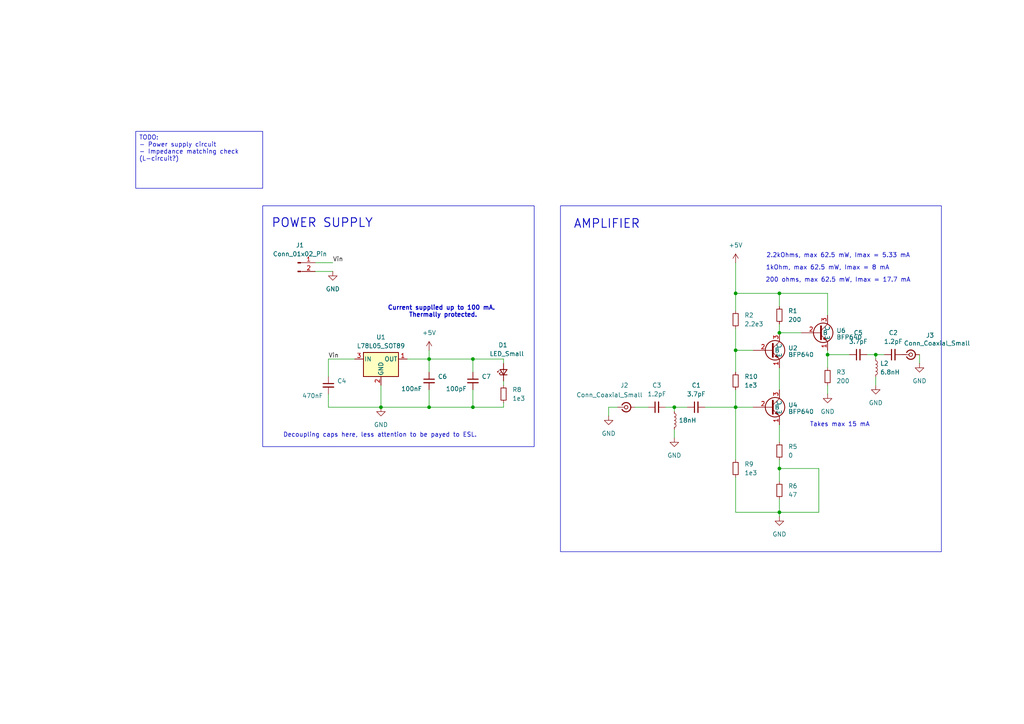
<source format=kicad_sch>
(kicad_sch (version 20231120) (generator "eeschema") (generator_version "8.0")
  (paper "A4")
  (lib_symbols
    (symbol "Connector:Conn_01x02_Pin" (pin_names (offset 1.016) hide)
      (property "Reference" "J" (at 0 2.54 0))
      (property "Value" "Conn_01x02_Pin" (at 0 -5.08 0))
      (symbol "Conn_01x02_Pin_1_1"
        (polyline (pts (xy 1.27 -2.54) (xy 0.8636 -2.54)) (stroke (width 0.1524)))
        (polyline (pts (xy 1.27 0) (xy 0.8636 0)) (stroke (width 0.1524)))
        (rectangle (start 0.8636 -2.413) (end 0 -2.667) (stroke (width 0.1524)) (fill (type outline)))
        (rectangle (start 0.8636 0.127) (end 0 -0.127) (stroke (width 0.1524)) (fill (type outline)))
        (pin passive line (at 5.08 0 180) (length 3.81) (name "Pin_1") (number "1"))
        (pin passive line (at 5.08 -2.54 180) (length 3.81) (name "Pin_2") (number "2"))
      )
    )
    (symbol "Connector:Conn_Coaxial_Small" (pin_numbers hide) (pin_names (offset 1.016) hide)
      (property "Reference" "J" (at 0.254 3.048 0))
      (property "Value" "Conn_Coaxial_Small" (at 0 -3.81 0))
      (symbol "Conn_Coaxial_Small_0_1"
        (polyline (pts (xy -2.54 0) (xy -0.508 0)))
        (circle (center 0 0) (radius 0.508) (stroke (width 0.2032)))
      )
      (symbol "Conn_Coaxial_Small_1_1"
        (arc (start -1.1916 -0.6311) (mid 0.327 -1.3081) (end 1.3484 0.0039) (stroke (width 0.3048)))
        (arc (start 1.3484 -0.0039) (mid 0.327 1.3081) (end -1.1916 0.6311) (stroke (width 0.3048)))
        (pin passive line (at -2.54 0 0) (length 1.27) (name "In") (number "1"))
        (pin passive line (at 2.54 0 180) (length 1.27) (name "Ext") (number "2"))
      )
    )
    (symbol "Device:C_Small" (pin_numbers hide) (pin_names (offset 0.254) hide)
      (property "Reference" "C" (at 0.254 1.778 0))
      (property "Value" "C_Small" (at 0.254 -2.032 0))
      (symbol "C_Small_0_1"
        (polyline (pts (xy -1.524 -0.508) (xy 1.524 -0.508)) (stroke (width 0.3302)))
        (polyline (pts (xy -1.524 0.508) (xy 1.524 0.508)) (stroke (width 0.3048)))
      )
      (symbol "C_Small_1_1"
        (pin passive line (at 0 2.54 270) (length 2.032) (name "~") (number "1"))
        (pin passive line (at 0 -2.54 90) (length 2.032) (name "~") (number "2"))
      )
    )
    (symbol "Device:LED_Small" (pin_numbers hide) (pin_names (offset 0.254) hide)
      (property "Reference" "D" (at -1.27 3.175 0))
      (property "Value" "LED_Small" (at -4.445 -2.54 0))
      (symbol "LED_Small_0_1"
        (polyline (pts (xy -0.762 -1.016) (xy -0.762 1.016)) (stroke (width 0.254)))
        (polyline (pts (xy 1.016 0) (xy -0.762 0)))
        (polyline (pts (xy 0.762 -1.016) (xy -0.762 0) (xy 0.762 1.016) (xy 0.762 -1.016)) (stroke (width 0.254)))
        (polyline (pts (xy 0 0.762) (xy -0.508 1.27) (xy -0.254 1.27) (xy -0.508 1.27) (xy -0.508 1.016)))
        (polyline (pts (xy 0.508 1.27) (xy 0 1.778) (xy 0.254 1.778) (xy 0 1.778) (xy 0 1.524)))
      )
      (symbol "LED_Small_1_1"
        (pin passive line (at -2.54 0 0) (length 1.778) (name "K") (number "1"))
        (pin passive line (at 2.54 0 180) (length 1.778) (name "A") (number "2"))
      )
    )
    (symbol "Device:L_Small" (pin_numbers hide) (pin_names (offset 0.254) hide)
      (property "Reference" "L" (at 0.762 1.016 0))
      (property "Value" "L_Small" (at 0.762 -1.016 0))
      (symbol "L_Small_0_1"
        (arc (start 0 -2.032) (mid 0.5058 -1.524) (end 0 -1.016))
        (arc (start 0 -1.016) (mid 0.5058 -0.508) (end 0 0))
        (arc (start 0 0) (mid 0.5058 0.508) (end 0 1.016))
        (arc (start 0 1.016) (mid 0.5058 1.524) (end 0 2.032))
      )
      (symbol "L_Small_1_1"
        (pin passive line (at 0 2.54 270) (length 0.508) (name "~") (number "1"))
        (pin passive line (at 0 -2.54 90) (length 0.508) (name "~") (number "2"))
      )
    )
    (symbol "Device:R_Small" (pin_numbers hide) (pin_names (offset 0.254) hide)
      (property "Reference" "R" (at 0.762 0.508 0))
      (property "Value" "R_Small" (at 0.762 -1.016 0))
      (symbol "R_Small_0_1"
        (rectangle (start -0.762 1.778) (end 0.762 -1.778) (stroke (width 0.2032)))
      )
      (symbol "R_Small_1_1"
        (pin passive line (at 0 2.54 270) (length 0.762) (name "~") (number "1"))
        (pin passive line (at 0 -2.54 90) (length 0.762) (name "~") (number "2"))
      )
    )
    (symbol "Regulator_Linear:L78L05_SOT89" (pin_names (offset 0.254))
      (property "Reference" "U" (at -3.81 3.175 0))
      (property "Value" "L78L05_SOT89" (at -0.635 3.175 0))
      (symbol "L78L05_SOT89_0_1"
        (rectangle (start -5.08 1.905) (end 5.08 -5.08) (stroke (width 0.254)) (fill (type background)))
      )
      (symbol "L78L05_SOT89_1_1"
        (pin power_out line (at 7.62 0 180) (length 2.54) (name "OUT") (number "1"))
        (pin power_in line (at 0 -7.62 90) (length 2.54) (name "GND") (number "2"))
        (pin power_in line (at -7.62 0 0) (length 2.54) (name "IN") (number "3"))
      )
    )
    (symbol "power:+5V" (power) (pin_numbers hide) (pin_names (offset 0) hide)
      (property "Value" "+5V" (at 0 3.556 0))
      (symbol "+5V_0_1"
        (polyline (pts (xy -0.762 1.27) (xy 0 2.54)))
        (polyline (pts (xy 0 0) (xy 0 2.54)))
        (polyline (pts (xy 0 2.54) (xy 0.762 1.27)))
      )
      (symbol "+5V_1_1"
        (pin power_in line (at 0 0 90) (length 0) (name "~") (number "1"))
      )
    )
    (symbol "power:GND" (power) (pin_numbers hide) (pin_names (offset 0) hide)
      (property "Value" "GND" (at 0 -3.81 0))
      (symbol "GND_0_1"
        (polyline (pts (xy 0 0) (xy 0 -1.27) (xy 1.27 -1.27) (xy 0 -2.54) (xy -1.27 -1.27) (xy 0 -1.27)))
      )
      (symbol "GND_1_1"
        (pin power_in line (at 0 0 270) (length 0) (name "~") (number "1"))
      )
    )
    (symbol "rf_lna:BFP640"
      (property "Reference" "U" (at 4.064 -0.762 0))
      (symbol "BFP640_0_1"
        (circle (center -1.27 0) (radius 2.8194) (stroke (width 0.254)))
        (polyline (pts (xy -1.905 0.635) (xy 0 2.54)))
        (polyline (pts (xy -1.905 -0.635) (xy 0 -2.54) (xy 0 -2.54)))
        (polyline (pts (xy -1.905 1.905) (xy -1.905 -1.905) (xy -1.905 -1.905)) (stroke (width 0.508)))
        (polyline (pts (xy -1.27 -1.778) (xy -0.762 -1.27) (xy -0.254 -2.286) (xy -1.27 -1.778) (xy -1.27 -1.778)) (fill (type outline)))
      )
      (symbol "BFP640_1_1"
        (pin passive line (at 0 -5.08 90) (length 2.54) (name "E") (number "1"))
        (pin input line (at -7.62 0 0) (length 5.715) (name "B") (number "2"))
        (pin passive line (at 0 5.08 270) (length 2.54) (name "C") (number "3"))
      )
    )
  )
  (junction (at 137.16 118.11))
  (junction (at 226.06 96.52))
  (junction (at 124.46 104.14))
  (junction (at 213.36 85.09))
  (junction (at 226.06 85.09))
  (junction (at 254 102.87))
  (junction (at 124.46 118.11))
  (junction (at 213.36 101.6))
  (junction (at 110.49 118.11))
  (junction (at 137.16 104.14))
  (junction (at 195.58 118.11))
  (junction (at 226.06 135.89))
  (junction (at 240.03 102.87))
  (junction (at 226.06 148.59))
  (junction (at 213.36 118.11))
  (wire (pts (xy 137.16 118.11) (xy 146.05 118.11)))
  (wire (pts (xy 213.36 101.6) (xy 218.44 101.6)))
  (wire (pts (xy 193.04 118.11) (xy 195.58 118.11)))
  (wire (pts (xy 226.06 106.68) (xy 226.06 113.03)))
  (wire (pts (xy 184.15 118.11) (xy 187.96 118.11)))
  (wire (pts (xy 226.06 148.59) (xy 237.49 148.59)))
  (wire (pts (xy 213.36 118.11) (xy 213.36 133.35)))
  (wire (pts (xy 146.05 116.84) (xy 146.05 118.11)))
  (wire (pts (xy 176.53 118.11) (xy 179.07 118.11)))
  (wire (pts (xy 124.46 107.95) (xy 124.46 104.14)))
  (wire (pts (xy 204.47 118.11) (xy 213.36 118.11)))
  (wire (pts (xy 254 102.87) (xy 256.54 102.87)))
  (wire (pts (xy 195.58 118.11) (xy 199.39 118.11)))
  (wire (pts (xy 95.25 104.14) (xy 95.25 109.22)))
  (wire (pts (xy 124.46 113.03) (xy 124.46 118.11)))
  (wire (pts (xy 240.03 102.87) (xy 240.03 106.68)))
  (wire (pts (xy 176.53 120.65) (xy 176.53 118.11)))
  (wire (pts (xy 137.16 113.03) (xy 137.16 118.11)))
  (wire (pts (xy 226.06 96.52) (xy 232.41 96.52)))
  (wire (pts (xy 124.46 118.11) (xy 137.16 118.11)))
  (wire (pts (xy 213.36 118.11) (xy 218.44 118.11)))
  (wire (pts (xy 213.36 90.17) (xy 213.36 85.09)))
  (wire (pts (xy 124.46 101.6) (xy 124.46 104.14)))
  (wire (pts (xy 95.25 114.3) (xy 95.25 118.11)))
  (wire (pts (xy 240.03 85.09) (xy 240.03 91.44)))
  (wire (pts (xy 146.05 110.49) (xy 146.05 111.76)))
  (wire (pts (xy 124.46 104.14) (xy 137.16 104.14)))
  (wire (pts (xy 237.49 135.89) (xy 237.49 148.59)))
  (wire (pts (xy 254 109.22) (xy 254 111.76)))
  (wire (pts (xy 91.44 78.74) (xy 96.52 78.74)))
  (wire (pts (xy 110.49 118.11) (xy 124.46 118.11)))
  (wire (pts (xy 240.03 101.6) (xy 240.03 102.87)))
  (wire (pts (xy 251.46 102.87) (xy 254 102.87)))
  (wire (pts (xy 213.36 101.6) (xy 213.36 95.25)))
  (wire (pts (xy 226.06 135.89) (xy 237.49 135.89)))
  (wire (pts (xy 266.7 102.87) (xy 266.7 105.41)))
  (wire (pts (xy 91.44 76.2) (xy 96.52 76.2)))
  (wire (pts (xy 137.16 107.95) (xy 137.16 104.14)))
  (wire (pts (xy 213.36 113.03) (xy 213.36 118.11)))
  (wire (pts (xy 213.36 76.2) (xy 213.36 85.09)))
  (wire (pts (xy 137.16 104.14) (xy 146.05 104.14)))
  (wire (pts (xy 254 102.87) (xy 254 104.14)))
  (wire (pts (xy 213.36 148.59) (xy 226.06 148.59)))
  (wire (pts (xy 226.06 85.09) (xy 226.06 88.9)))
  (wire (pts (xy 213.36 138.43) (xy 213.36 148.59)))
  (wire (pts (xy 213.36 107.95) (xy 213.36 101.6)))
  (wire (pts (xy 118.11 104.14) (xy 124.46 104.14)))
  (wire (pts (xy 240.03 85.09) (xy 226.06 85.09)))
  (wire (pts (xy 195.58 124.46) (xy 195.58 127)))
  (wire (pts (xy 226.06 135.89) (xy 226.06 139.7)))
  (wire (pts (xy 102.87 104.14) (xy 95.25 104.14)))
  (wire (pts (xy 240.03 111.76) (xy 240.03 114.3)))
  (wire (pts (xy 226.06 93.98) (xy 226.06 96.52)))
  (wire (pts (xy 226.06 144.78) (xy 226.06 148.59)))
  (wire (pts (xy 213.36 85.09) (xy 226.06 85.09)))
  (wire (pts (xy 95.25 118.11) (xy 110.49 118.11)))
  (wire (pts (xy 146.05 105.41) (xy 146.05 104.14)))
  (wire (pts (xy 110.49 111.76) (xy 110.49 118.11)))
  (wire (pts (xy 226.06 133.35) (xy 226.06 135.89)))
  (wire (pts (xy 226.06 148.59) (xy 226.06 149.86)))
  (wire (pts (xy 226.06 123.19) (xy 226.06 128.27)))
  (wire (pts (xy 195.58 118.11) (xy 195.58 119.38)))
  (wire (pts (xy 240.03 102.87) (xy 246.38 102.87)))
  (rectangle (start 162.56 59.69) (end 273.05 160.02))
  (rectangle (start 76.2 59.69) (end 154.94 129.54))
  (text_box "TODO:\n- Power supply circuit\n- Impedance matching check (L-circuit?) \n" (at 39.37 38.1 0) (size 36.83 16.51) (effects (font (size 1.27 1.27)) (justify left top)))
  (text "1kOhm, max 62.5 mW, Imax = 8 mA " (at 240.538 77.724 0) (effects (font (size 1.27 1.27) (thickness 0.1588))))
  (text "Decoupling caps here, less attention to be payed to ESL." (at 110.236 126.238 0) (effects (font (size 1.27 1.27) (thickness 0.1588))))
  (text "Takes max 15 mA" (at 243.586 123.19 0) (effects (font (size 1.27 1.27) (thickness 0.1588))))
  (text "POWER SUPPLY" (at 93.472 64.77 0) (effects (font (size 2.54 2.54) (thickness 0.254) (bold yes))))
  (text "2.2kOhms, max 62.5 mW, Imax = 5.33 mA " (at 243.586 74.168 0) (effects (font (size 1.27 1.27) (thickness 0.1588))))
  (text "Current supplied up to 100 mA. \nThermally protected." (at 128.524 90.424 0) (effects (font (size 1.27 1.27) (thickness 0.254) (bold yes))))
  (text "AMPLIFIER\n" (at 176.022 65.024 0) (effects (font (size 2.54 2.54) (thickness 0.254) (bold yes))))
  (text "200 ohms, max 62.5 mW, Imax = 17.7 mA" (at 243.078 81.28 0) (effects (font (size 1.27 1.27) (thickness 0.1588))))
  (label "Vin" (at 96.52 76.2 0))
  (label "Vin" (at 95.25 104.14 0))
  (symbol (lib_id "Device:R_Small") (at 226.06 142.24 0) (unit 1)
    (property "Reference" "R6" (at 228.6 140.9699 0) (effects (justify left)))
    (property "Value" "47" (at 228.6 143.5099 0) (effects (justify left)))
    (property "Footprint" "Capacitor_SMD:C_0402_1005Metric" (effects (hide yes)))
    (property "Datasheet" "https://www.lcsc.com/datasheet/lcsc_datasheet_2206010216_UNI-ROYAL-Uniroyal-Elec-0402WGF0000TCE_C17168.pdf" (effects (hide yes)))
    (property "Description" "Resistor, small symbol" (effects (hide yes)))
    (property "LCSC Part Number" "C4109" (effects (hide yes)))
    (property "Manufacturing Part Number" "0402WGF2001TCE" (effects (hide yes)))
  )
  (symbol (lib_id "power:+5V") (at 124.46 101.6 0) (unit 1)
    (property "Reference" "#PWR09" (effects (hide yes)))
    (property "Value" "+5V" (at 124.46 96.52 0))
    (property "Description" "Power symbol creates a global label with name \"+5V\"" (effects (hide yes)))
  )
  (symbol (lib_id "power:GND") (at 110.49 118.11 0) (unit 1)
    (property "Reference" "#PWR08" (effects (hide yes)))
    (property "Value" "GND" (at 110.49 123.19 0))
    (property "Description" "Power symbol creates a global label with name \"GND\" , ground" (effects (hide yes)))
  )
  (symbol (lib_id "power:GND") (at 266.7 105.41 0) (unit 1)
    (property "Reference" "#PWR06" (effects (hide yes)))
    (property "Value" "GND" (at 266.7 110.49 0))
    (property "Description" "Power symbol creates a global label with name \"GND\" , ground" (effects (hide yes)))
  )
  (symbol (lib_id "Connector:Conn_Coaxial_Small") (at 181.61 118.11 0) (unit 1)
    (property "Reference" "J2" (at 181.0904 111.76 0))
    (property "Value" "Conn_Coaxial_Small" (at 176.784 114.554 0))
    (property "Footprint" "Connector_Coaxial:SMA_BAT_Wireless_BWSMA-KWE-Z001" (effects (hide yes)))
    (property "Datasheet" "https://www.lcsc.com/datasheet/lcsc_datasheet_2405210917_BAT-WIRELESS-BWSMA-KE-Z001_C496549.pdf" (effects (hide yes)))
    (property "Description" "small coaxial connector (BNC, SMA, SMB, SMC, Cinch/RCA, LEMO, ...)" (effects (hide yes)))
    (property "LCSC Part Number" "C496549" (effects (hide yes)))
    (property "Manufacturing Part Number" "BWSMA-KE-Z001" (effects (hide yes)))
  )
  (symbol (lib_id "Device:L_Small") (at 195.58 121.92 0) (unit 1)
    (property "Reference" "L1" (effects (hide yes)))
    (property "Value" "18nH" (at 196.85 121.9199 0) (effects (justify left)))
    (property "Footprint" "Inductor_SMD:L_0402_1005Metric" (effects (hide yes)))
    (property "Datasheet" "https://media.digikey.com/pdf/Data%20Sheets/Shenzhen%20Sunlord/SDCL-D.pdf" (effects (hide yes)))
    (property "Description" "Inductor, small symbol" (effects (hide yes)))
    (property "LCSC Part Number" "C24562" (effects (hide yes)))
    (property "Manufacturing Part Number" "SDCL1005C18NJTDF" (effects (hide yes)))
  )
  (symbol (lib_id "power:+5V") (at 213.36 76.2 0) (unit 1)
    (property "Reference" "#PWR05" (effects (hide yes)))
    (property "Value" "+5V" (at 213.36 71.12 0))
    (property "Description" "Power symbol creates a global label with name \"+5V\"" (effects (hide yes)))
  )
  (symbol (lib_id "Device:R_Small") (at 146.05 114.3 0) (unit 1)
    (property "Reference" "R8" (at 148.59 113.0299 0) (effects (justify left)))
    (property "Value" "1e3" (at 148.59 115.5699 0) (effects (justify left)))
    (property "Footprint" "Resistor_SMD:R_0402_1005Metric" (effects (hide yes)))
    (property "Datasheet" "https://www.lcsc.com/datasheet/lcsc_datasheet_2206010216_UNI-ROYAL-Uniroyal-Elec-0402WGF0000TCE_C17168.pdf" (effects (hide yes)))
    (property "Description" "Resistor, small symbol" (effects (hide yes)))
    (property "Manufacturing Part Number" "0402WGF1001TCE" (effects (hide yes)))
    (property "LCSC Part Number" "C11702" (effects (hide yes)))
  )
  (symbol (lib_id "Device:R_Small") (at 226.06 130.81 0) (unit 1)
    (property "Reference" "R5" (at 228.6 129.5399 0) (effects (justify left)))
    (property "Value" "0" (at 228.6 132.0799 0) (effects (justify left)))
    (property "Footprint" "Capacitor_SMD:C_0402_1005Metric" (effects (hide yes)))
    (property "Datasheet" "https://www.lcsc.com/datasheet/lcsc_datasheet_2206010216_UNI-ROYAL-Uniroyal-Elec-0402WGF0000TCE_C17168.pdf" (effects (hide yes)))
    (property "Description" "Resistor, small symbol" (effects (hide yes)))
    (property "LCSC Part Number" "C17168" (effects (hide yes)))
    (property "Manufacturing Part Number" "0402WGF0000TCE" (effects (hide yes)))
  )
  (symbol (lib_id "Device:R_Small") (at 213.36 135.89 0) (unit 1)
    (property "Reference" "R9" (at 215.9 134.6199 0) (effects (justify left)))
    (property "Value" "1e3" (at 215.9 137.1599 0) (effects (justify left)))
    (property "Footprint" "Resistor_SMD:R_0402_1005Metric" (effects (hide yes)))
    (property "Datasheet" "https://www.lcsc.com/datasheet/lcsc_datasheet_2206010216_UNI-ROYAL-Uniroyal-Elec-0402WGF0000TCE_C17168.pdf" (effects (hide yes)))
    (property "Description" "Resistor, small symbol" (effects (hide yes)))
    (property "Manufacturing Part Number" "0402WGF1001TCE" (effects (hide yes)))
    (property "LCSC Part Number" "C11702" (effects (hide yes)))
  )
  (symbol (lib_id "power:GND") (at 254 111.76 0) (unit 1)
    (property "Reference" "#PWR03" (effects (hide yes)))
    (property "Value" "GND" (at 254 116.84 0))
    (property "Description" "Power symbol creates a global label with name \"GND\" , ground" (effects (hide yes)))
  )
  (symbol (lib_id "Connector:Conn_Coaxial_Small") (at 264.16 102.87 0) (unit 1)
    (property "Reference" "J3" (at 269.748 97.282 0))
    (property "Value" "Conn_Coaxial_Small" (at 271.78 99.568 0))
    (property "Footprint" "Connector_Coaxial:SMA_BAT_Wireless_BWSMA-KWE-Z001" (effects (hide yes)))
    (property "Datasheet" "https://www.lcsc.com/datasheet/lcsc_datasheet_2405210917_BAT-WIRELESS-BWSMA-KE-Z001_C496549.pdf" (effects (hide yes)))
    (property "Description" "small coaxial connector (BNC, SMA, SMB, SMC, Cinch/RCA, LEMO, ...)" (effects (hide yes)))
    (property "LCSC Part Number" "C496549" (effects (hide yes)))
    (property "Manufacturing Part Number" "BWSMA-KE-Z001" (effects (hide yes)))
  )
  (symbol (lib_id "Device:R_Small") (at 226.06 91.44 0) (unit 1)
    (property "Reference" "R1" (at 228.6 90.1699 0) (effects (justify left)))
    (property "Value" "200" (at 228.6 92.7099 0) (effects (justify left)))
    (property "Footprint" "Resistor_SMD:R_0402_1005Metric" (effects (hide yes)))
    (property "Datasheet" "https://www.lcsc.com/datasheet/lcsc_datasheet_2206010216_UNI-ROYAL-Uniroyal-Elec-0402WGF0000TCE_C17168.pdf" (effects (hide yes)))
    (property "Description" "Resistor, small symbol" (effects (hide yes)))
    (property "LCSC Part Number" "C25091" (effects (hide yes)))
    (property "Manufacturing Part Number" "0402WGF2200TCE" (effects (hide yes)))
  )
  (symbol (lib_id "power:GND") (at 195.58 127 0) (unit 1)
    (property "Reference" "#PWR04" (effects (hide yes)))
    (property "Value" "GND" (at 195.58 132.08 0))
    (property "Description" "Power symbol creates a global label with name \"GND\" , ground" (effects (hide yes)))
  )
  (symbol (lib_id "Device:L_Small") (at 254 106.68 0) (unit 1)
    (property "Reference" "L2" (at 255.27 105.4099 0) (effects (justify left)))
    (property "Value" "6.8nH" (at 255.27 107.9499 0) (effects (justify left)))
    (property "Footprint" "Inductor_SMD:L_0402_1005Metric" (effects (hide yes)))
    (property "Datasheet" "https://media.digikey.com/pdf/Data%20Sheets/Shenzhen%20Sunlord/SDCL-D.pdf" (effects (hide yes)))
    (property "Description" "Inductor, small symbol" (effects (hide yes)))
    (property "LCSC Part Number" "C32041" (effects (hide yes)))
    (property "Manufacturing Part Number" "SDCL1005C6N8JTDF" (effects (hide yes)))
  )
  (symbol (lib_id "Device:LED_Small") (at 146.05 107.95 90) (unit 1)
    (property "Reference" "D1" (at 144.526 100.076 90) (effects (justify right)))
    (property "Value" "LED_Small" (at 141.986 102.616 90) (effects (justify right)))
    (property "Footprint" "LED_SMD:LED_0603_1608Metric" (effects (hide yes)))
    (property "Datasheet" "https://jlcpcb.com/api/file/downloadByFileSystemAccessId/8550723991833485312" (effects (hide yes)))
    (property "Description" "Light emitting diode, small symbol" (effects (hide yes)))
    (property "LCSC Part Number" "C2286" (effects (hide yes)))
    (property "Manufacturing Part Number" "KT-0603R" (effects (hide yes)))
  )
  (symbol (lib_id "Device:C_Small") (at 259.08 102.87 90) (unit 1)
    (property "Reference" "C2" (at 259.0863 96.52 90))
    (property "Value" "1.2pF" (at 259.0863 99.06 90))
    (property "Footprint" "Capacitor_SMD:C_0402_1005Metric" (effects (hide yes)))
    (property "Datasheet" "https://wmsc.lcsc.com/wmsc/upload/file/pdf/v2/lcsc/1811081710_Murata-Electronics-GJM1555C1H1R2WB01D_C76899.pdf" (effects (hide yes)))
    (property "Description" "Unpolarized capacitor, small symbol" (effects (hide yes)))
    (property "LCSC Part Number" "C76899" (effects (hide yes)))
    (property "Manufacturing Part Number" "GJM1555C1H1R2WB01D" (effects (hide yes)))
  )
  (symbol (lib_id "power:GND") (at 240.03 114.3 0) (unit 1)
    (property "Reference" "#PWR02" (effects (hide yes)))
    (property "Value" "GND" (at 240.03 119.38 0))
    (property "Description" "Power symbol creates a global label with name \"GND\" , ground" (effects (hide yes)))
  )
  (symbol (lib_id "power:GND") (at 226.06 149.86 0) (unit 1)
    (property "Reference" "#PWR01" (effects (hide yes)))
    (property "Value" "GND" (at 226.06 154.94 0))
    (property "Description" "Power symbol creates a global label with name \"GND\" , ground" (effects (hide yes)))
  )
  (symbol (lib_id "Device:C_Small") (at 201.93 118.11 90) (unit 1)
    (property "Reference" "C1" (at 201.9363 111.76 90))
    (property "Value" "3.7pF" (at 201.9363 114.3 90))
    (property "Footprint" "Capacitor_SMD:C_0402_1005Metric" (effects (hide yes)))
    (property "Datasheet" "https://www.lcsc.com/datasheet/lcsc_datasheet_1811081521_Murata-Electronics-GJM1555C1H3R6WB01D_C161321.pdf" (effects (hide yes)))
    (property "Description" "Unpolarized capacitor, small symbol" (effects (hide yes)))
    (property "LCSC Part Number" "C161321" (effects (hide yes)))
    (property "Manufacturing Part Number" "GJM1555C1H3R6WB01D" (effects (hide yes)))
  )
  (symbol (lib_id "Device:C_Small") (at 248.92 102.87 90) (unit 1)
    (property "Reference" "C5" (at 248.9263 96.52 90))
    (property "Value" "3.7pF" (at 248.9263 99.06 90))
    (property "Footprint" "Capacitor_SMD:C_0402_1005Metric" (effects (hide yes)))
    (property "Datasheet" "https://www.lcsc.com/datasheet/lcsc_datasheet_1811081521_Murata-Electronics-GJM1555C1H3R6WB01D_C161321.pdf" (effects (hide yes)))
    (property "Description" "Unpolarized capacitor, small symbol" (effects (hide yes)))
    (property "LCSC Part Number" "C161321" (effects (hide yes)))
    (property "Manufacturing Part Number" "GJM1555C1H3R6WB01D" (effects (hide yes)))
  )
  (symbol (lib_id "Regulator_Linear:L78L05_SOT89") (at 110.49 104.14 0) (unit 1)
    (property "Reference" "U1" (at 110.49 97.79 0))
    (property "Value" "L78L05_SOT89" (at 110.49 100.33 0))
    (property "Footprint" "Package_TO_SOT_SMD:SOT-89-3" (effects (hide yes)))
    (property "Datasheet" "http://www.st.com/content/ccc/resource/technical/document/datasheet/15/55/e5/aa/23/5b/43/fd/CD00000446.pdf/files/CD00000446.pdf/jcr:content/translations/en.CD00000446.pdf" (effects (hide yes)))
    (property "Description" "Positive 100mA 30V Linear Regulator, Fixed Output 5V, SOT-89" (effects (hide yes)))
    (property "LCSC Part Number" "C71136" (effects (hide yes)))
    (property "Manufacturing Part Number" "78L05G-AB3-R " (effects (hide yes)))
  )
  (symbol (lib_id "Device:R_Small") (at 240.03 109.22 0) (unit 1)
    (property "Reference" "R3" (at 242.57 107.9499 0) (effects (justify left)))
    (property "Value" "200" (at 242.57 110.4899 0) (effects (justify left)))
    (property "Footprint" "Resistor_SMD:R_0402_1005Metric" (effects (hide yes)))
    (property "Datasheet" "https://www.lcsc.com/datasheet/lcsc_datasheet_2206010216_UNI-ROYAL-Uniroyal-Elec-0402WGF0000TCE_C17168.pdf" (effects (hide yes)))
    (property "Description" "Resistor, small symbol" (effects (hide yes)))
    (property "LCSC Part Number" "C25091" (effects (hide yes)))
    (property "Manufacturing Part Number" "0402WGF2200TCE" (effects (hide yes)))
  )
  (symbol (lib_id "rf_lna:BFP640") (at 240.03 96.52 0) (unit 1)
    (property "Reference" "U6" (at 242.57 95.8849 0) (effects (justify left)))
    (property "Value" "BFP640" (at 242.57 97.79 0) (effects (justify left)))
    (property "Footprint" "Library:BFP640" (effects (hide yes)))
    (property "Datasheet" "https://www.lcsc.com/datasheet/lcsc_datasheet_2304140030_Infineon-Technologies-BFP640H6327_C439781.pdf" (effects (hide yes)))
    (property "LCSC Part Number" "C439781" (effects (hide yes)))
    (property "Manufacturing Part Number" "BFP640H6327" (effects (hide yes)))
  )
  (symbol (lib_id "rf_lna:BFP640") (at 226.06 118.11 0) (unit 1)
    (property "Reference" "U4" (at 228.6 117.4749 0) (effects (justify left)))
    (property "Value" "BFP640" (at 228.6 119.38 0) (effects (justify left)))
    (property "Footprint" "Library:BFP640" (effects (hide yes)))
    (property "Datasheet" "https://www.lcsc.com/datasheet/lcsc_datasheet_2304140030_Infineon-Technologies-BFP640H6327_C439781.pdf" (effects (hide yes)))
    (property "LCSC Part Number" "C439781" (effects (hide yes)))
    (property "Manufacturing Part Number" "BFP640H6327" (effects (hide yes)))
  )
  (symbol (lib_id "power:GND") (at 176.53 120.65 0) (unit 1)
    (property "Reference" "#PWR07" (effects (hide yes)))
    (property "Value" "GND" (at 176.53 125.73 0))
    (property "Description" "Power symbol creates a global label with name \"GND\" , ground" (effects (hide yes)))
  )
  (symbol (lib_id "Device:R_Small") (at 213.36 110.49 0) (unit 1)
    (property "Reference" "R10" (at 215.9 109.2199 0) (effects (justify left)))
    (property "Value" "1e3" (at 215.9 111.7599 0) (effects (justify left)))
    (property "Footprint" "Resistor_SMD:R_0402_1005Metric" (effects (hide yes)))
    (property "Datasheet" "https://www.lcsc.com/datasheet/lcsc_datasheet_2206010216_UNI-ROYAL-Uniroyal-Elec-0402WGF0000TCE_C17168.pdf" (effects (hide yes)))
    (property "Description" "Resistor, small symbol" (effects (hide yes)))
    (property "Manufacturing Part Number" "0402WGF1001TCE" (effects (hide yes)))
    (property "LCSC Part Number" "C11702" (effects (hide yes)))
  )
  (symbol (lib_id "Device:C_Small") (at 95.25 111.76 0) (unit 1)
    (property "Reference" "C4" (at 97.79 110.4962 0) (effects (justify left)))
    (property "Value" "470nF" (at 87.63 114.808 0) (effects (justify left)))
    (property "Footprint" "Capacitor_SMD:C_0603_1608Metric" (effects (hide yes)))
    (property "Datasheet" "https://www.lcsc.com/datasheet/lcsc_datasheet_2304140030_Samsung-Electro-Mechanics-CL10B474KA8NNNC_C1623.pdf" (effects (hide yes)))
    (property "Description" "Unpolarized capacitor, small symbol" (effects (hide yes)))
    (property "LCSC Part Number" "C1623" (effects (hide yes)))
    (property "Manufacturing Part Number" "CL10B474KA8NNNC" (effects (hide yes)))
  )
  (symbol (lib_id "Device:C_Small") (at 190.5 118.11 90) (unit 1)
    (property "Reference" "C3" (at 190.5063 111.76 90))
    (property "Value" "1.2pF" (at 190.5063 114.3 90))
    (property "Footprint" "Capacitor_SMD:C_0402_1005Metric" (effects (hide yes)))
    (property "Datasheet" "https://wmsc.lcsc.com/wmsc/upload/file/pdf/v2/lcsc/1811081710_Murata-Electronics-GJM1555C1H1R2WB01D_C76899.pdf" (effects (hide yes)))
    (property "Description" "Unpolarized capacitor, small symbol" (effects (hide yes)))
    (property "LCSC Part Number" "C76899" (effects (hide yes)))
    (property "Manufacturing Part Number" "GJM1555C1H1R2WB01D" (effects (hide yes)))
  )
  (symbol (lib_id "power:GND") (at 96.52 78.74 0) (unit 1)
    (property "Reference" "#PWR010" (effects (hide yes)))
    (property "Value" "GND" (at 96.52 83.82 0))
    (property "Description" "Power symbol creates a global label with name \"GND\" , ground" (effects (hide yes)))
  )
  (symbol (lib_id "rf_lna:BFP640") (at 226.06 101.6 0) (unit 1)
    (property "Reference" "U2" (at 228.6 100.9649 0) (effects (justify left)))
    (property "Value" "BFP640" (at 228.6 102.87 0) (effects (justify left)))
    (property "Footprint" "Library:BFP640" (effects (hide yes)))
    (property "Datasheet" "https://www.lcsc.com/datasheet/lcsc_datasheet_2304140030_Infineon-Technologies-BFP640H6327_C439781.pdf" (effects (hide yes)))
    (property "LCSC Part Number" "C439781" (effects (hide yes)))
    (property "Manufacturing Part Number" "BFP640H6327" (effects (hide yes)))
  )
  (symbol (lib_id "Device:C_Small") (at 124.46 110.49 0) (unit 1)
    (property "Reference" "C6" (at 127 109.2262 0) (effects (justify left)))
    (property "Value" "100nF" (at 122.428 112.776 0) (effects (justify right)))
    (property "Footprint" "Capacitor_SMD:C_0402_1005Metric" (effects (hide yes)))
    (property "Datasheet" "https://www.lcsc.com/datasheet/lcsc_datasheet_2304140030_Samsung-Electro-Mechanics-CL05B104KO5NNNC_C1525.pdf" (effects (hide yes)))
    (property "Description" "Unpolarized capacitor, small symbol" (effects (hide yes)))
    (property "LCSC Part Number" "C1525" (effects (hide yes)))
    (property "Manufacturing Part Number" "CL05B104KO5NNNC" (effects (hide yes)))
  )
  (symbol (lib_id "Device:C_Small") (at 137.16 110.49 0) (unit 1)
    (property "Reference" "C7" (at 139.7 109.2262 0) (effects (justify left)))
    (property "Value" "100pF" (at 135.382 112.776 0) (effects (justify right)))
    (property "Footprint" "Capacitor_SMD:C_0402_1005Metric" (effects (hide yes)))
    (property "Datasheet" "https://www.lcsc.com/datasheet/lcsc_datasheet_2304140030_Samsung-Electro-Mechanics-CL10C101JB8NNNC_C14858.pdf" (effects (hide yes)))
    (property "Description" "Unpolarized capacitor, small symbol" (effects (hide yes)))
    (property "LCSC Part Number" "C1546" (effects (hide yes)))
    (property "Manufacturing Part Number" "0402CG101J500NT" (effects (hide yes)))
  )
  (symbol (lib_id "Device:R_Small") (at 213.36 92.71 0) (unit 1)
    (property "Reference" "R2" (at 215.9 91.4399 0) (effects (justify left)))
    (property "Value" "2.2e3" (at 215.9 93.9799 0) (effects (justify left)))
    (property "Footprint" "Resistor_SMD:R_0402_1005Metric" (effects (hide yes)))
    (property "Datasheet" "https://www.lcsc.com/datasheet/lcsc_datasheet_2206010045_UNI-ROYAL-Uniroyal-Elec-0402WGF2201TCE_C25879.pdf" (effects (hide yes)))
    (property "Description" "Resistor, small symbol" (effects (hide yes)))
    (property "LCSC Part Number" "C25879" (effects (hide yes)))
    (property "Manufacturing Part Number" "0402WGF2201TCE" (effects (hide yes)))
  )
  (symbol (lib_id "Connector:Conn_01x02_Pin") (at 86.36 76.2 0) (unit 1)
    (property "Reference" "J1" (at 86.995 71.12 0))
    (property "Value" "Conn_01x02_Pin" (at 86.995 73.66 0))
    (property "Footprint" "Connector_Wire:SolderWire-0.25sqmm_1x02_P4.2mm_D0.65mm_OD1.7mm" (effects (hide yes)))
    (property "Description" "Generic connector, single row, 01x02, script generated" (effects (hide yes)))
  )
)
</source>
